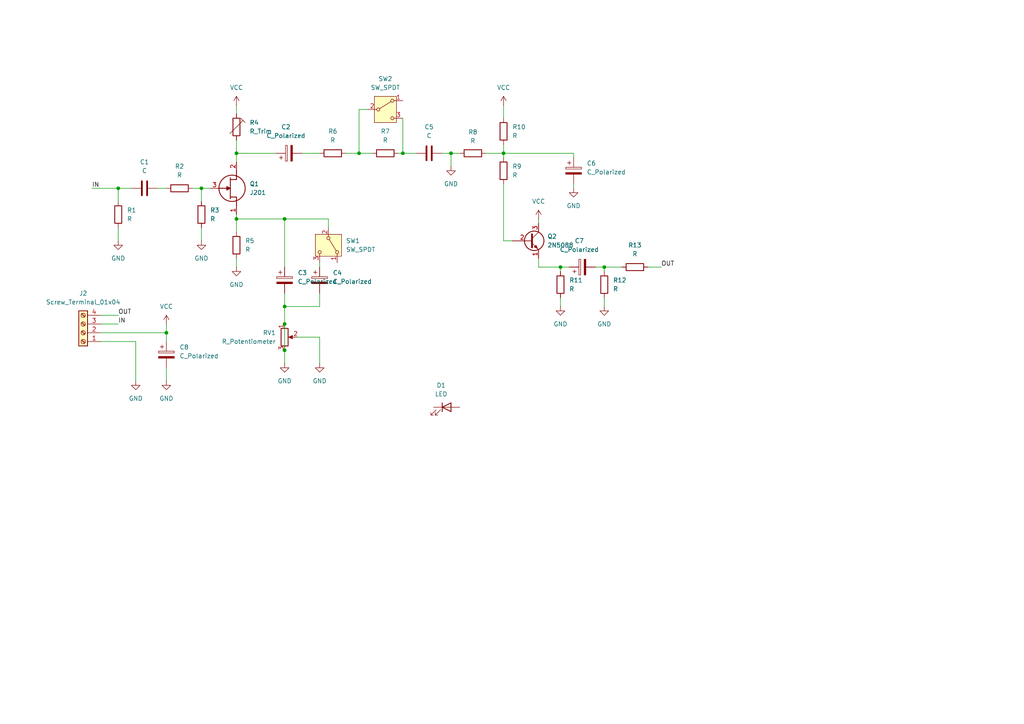
<source format=kicad_sch>
(kicad_sch (version 20231120) (generator "eeschema") (generator_version "8.0")
  (paper "A4")
  (lib_symbols
    (symbol "Connector:Screw_Terminal_01x04" (pin_names (offset 1.016) hide)
      (property "Reference" "J" (at 0 5.08 0))
      (property "Value" "Screw_Terminal_01x04" (at 0 -7.62 0))
      (symbol "Screw_Terminal_01x04_1_1"
        (rectangle (start -1.27 3.81) (end 1.27 -6.35) (stroke (width 0.254)) (fill (type background)))
        (circle (center 0 -5.08) (radius 0.635) (stroke (width 0.1524)))
        (circle (center 0 -2.54) (radius 0.635) (stroke (width 0.1524)))
        (polyline (pts (xy -0.5334 -4.7498) (xy 0.3302 -5.588)) (stroke (width 0.1524)))
        (polyline (pts (xy -0.5334 -2.2098) (xy 0.3302 -3.048)) (stroke (width 0.1524)))
        (polyline (pts (xy -0.5334 0.3302) (xy 0.3302 -0.508)) (stroke (width 0.1524)))
        (polyline (pts (xy -0.5334 2.8702) (xy 0.3302 2.032)) (stroke (width 0.1524)))
        (polyline (pts (xy -0.3556 -4.572) (xy 0.508 -5.4102)) (stroke (width 0.1524)))
        (polyline (pts (xy -0.3556 -2.032) (xy 0.508 -2.8702)) (stroke (width 0.1524)))
        (polyline (pts (xy -0.3556 0.508) (xy 0.508 -0.3302)) (stroke (width 0.1524)))
        (polyline (pts (xy -0.3556 3.048) (xy 0.508 2.2098)) (stroke (width 0.1524)))
        (circle (center 0 0) (radius 0.635) (stroke (width 0.1524)))
        (circle (center 0 2.54) (radius 0.635) (stroke (width 0.1524)))
        (pin passive line (at -5.08 2.54 0) (length 3.81) (name "Pin_1") (number "1"))
        (pin passive line (at -5.08 0 0) (length 3.81) (name "Pin_2") (number "2"))
        (pin passive line (at -5.08 -2.54 0) (length 3.81) (name "Pin_3") (number "3"))
        (pin passive line (at -5.08 -5.08 0) (length 3.81) (name "Pin_4") (number "4"))
      )
    )
    (symbol "Device:C" (pin_numbers hide) (pin_names (offset 0.254))
      (property "Reference" "C" (at 0.635 2.54 0))
      (property "Value" "C" (at 0.635 -2.54 0))
      (symbol "C_0_1"
        (polyline (pts (xy -2.032 -0.762) (xy 2.032 -0.762)) (stroke (width 0.508)))
        (polyline (pts (xy -2.032 0.762) (xy 2.032 0.762)) (stroke (width 0.508)))
      )
      (symbol "C_1_1"
        (pin passive line (at 0 3.81 270) (length 2.794) (name "~") (number "1"))
        (pin passive line (at 0 -3.81 90) (length 2.794) (name "~") (number "2"))
      )
    )
    (symbol "Device:C_Polarized" (pin_numbers hide) (pin_names (offset 0.254))
      (property "Reference" "C" (at 0.635 2.54 0))
      (property "Value" "C_Polarized" (at 0.635 -2.54 0))
      (symbol "C_Polarized_0_1"
        (rectangle (start -2.286 0.508) (end 2.286 1.016))
        (polyline (pts (xy -1.778 2.286) (xy -0.762 2.286)))
        (polyline (pts (xy -1.27 2.794) (xy -1.27 1.778)))
        (rectangle (start 2.286 -0.508) (end -2.286 -1.016) (fill (type outline)))
      )
      (symbol "C_Polarized_1_1"
        (pin passive line (at 0 3.81 270) (length 2.794) (name "~") (number "1"))
        (pin passive line (at 0 -3.81 90) (length 2.794) (name "~") (number "2"))
      )
    )
    (symbol "Device:LED" (pin_numbers hide) (pin_names (offset 1.016) hide)
      (property "Reference" "D" (at 0 2.54 0))
      (property "Value" "LED" (at 0 -2.54 0))
      (symbol "LED_0_1"
        (polyline (pts (xy -1.27 -1.27) (xy -1.27 1.27)) (stroke (width 0.254)))
        (polyline (pts (xy -1.27 0) (xy 1.27 0)))
        (polyline (pts (xy 1.27 -1.27) (xy 1.27 1.27) (xy -1.27 0) (xy 1.27 -1.27)) (stroke (width 0.254)))
        (polyline (pts (xy -3.048 -0.762) (xy -4.572 -2.286) (xy -3.81 -2.286) (xy -4.572 -2.286) (xy -4.572 -1.524)))
        (polyline (pts (xy -1.778 -0.762) (xy -3.302 -2.286) (xy -2.54 -2.286) (xy -3.302 -2.286) (xy -3.302 -1.524)))
      )
      (symbol "LED_1_1"
        (pin passive line (at -3.81 0 0) (length 2.54) (name "K") (number "1"))
        (pin passive line (at 3.81 0 180) (length 2.54) (name "A") (number "2"))
      )
    )
    (symbol "Device:R" (pin_numbers hide) (pin_names (offset 0))
      (property "Reference" "R" (at 2.032 0 90))
      (property "Value" "R" (at 0 0 90))
      (symbol "R_0_1"
        (rectangle (start -1.016 -2.54) (end 1.016 2.54) (stroke (width 0.254)))
      )
      (symbol "R_1_1"
        (pin passive line (at 0 3.81 270) (length 1.27) (name "~") (number "1"))
        (pin passive line (at 0 -3.81 90) (length 1.27) (name "~") (number "2"))
      )
    )
    (symbol "Device:R_Potentiometer" (pin_names (offset 1.016) hide)
      (property "Reference" "RV" (at -4.445 0 90))
      (property "Value" "R_Potentiometer" (at -2.54 0 90))
      (symbol "R_Potentiometer_0_1"
        (polyline (pts (xy 2.54 0) (xy 1.524 0)))
        (polyline (pts (xy 1.143 0) (xy 2.286 0.508) (xy 2.286 -0.508) (xy 1.143 0)) (fill (type outline)))
        (rectangle (start 1.016 2.54) (end -1.016 -2.54) (stroke (width 0.254)))
      )
      (symbol "R_Potentiometer_1_1"
        (pin passive line (at 0 3.81 270) (length 1.27) (name "1") (number "1"))
        (pin passive line (at 3.81 0 180) (length 1.27) (name "2") (number "2"))
        (pin passive line (at 0 -3.81 90) (length 1.27) (name "3") (number "3"))
      )
    )
    (symbol "Device:R_Trim" (pin_numbers hide) (pin_names (offset 0))
      (property "Reference" "R" (at 2.54 -2.54 90))
      (property "Value" "R_Trim" (at -2.54 -0.635 90))
      (symbol "R_Trim_0_1"
        (rectangle (start -1.016 -2.54) (end 1.016 2.54) (stroke (width 0.254)))
        (polyline (pts (xy -1.905 -1.905) (xy 1.905 1.905) (xy 2.54 1.27) (xy 1.27 2.54)))
      )
      (symbol "R_Trim_1_1"
        (pin passive line (at 0 3.81 270) (length 1.27) (name "~") (number "1"))
        (pin passive line (at 0 -3.81 90) (length 1.27) (name "~") (number "2"))
      )
    )
    (symbol "J201:J201" (pin_names hide)
      (property "Reference" "Q" (at 11.43 1.27 0))
      (property "Value" "J201" (at 11.43 -1.27 0))
      (symbol "J201_1_1"
        (polyline (pts (xy 2.54 0) (xy 5.842 0)) (stroke (width 0.254)))
        (polyline (pts (xy 5.842 -2.54) (xy 7.62 -2.54)) (stroke (width 0.254)))
        (polyline (pts (xy 5.842 3.048) (xy 5.842 -3.048)) (stroke (width 0.254)))
        (polyline (pts (xy 7.62 -5.08) (xy 7.62 -2.54)) (stroke (width 0.254)))
        (polyline (pts (xy 7.62 2.54) (xy 5.842 2.54)) (stroke (width 0.254)))
        (polyline (pts (xy 7.62 2.54) (xy 7.62 5.08)) (stroke (width 0.254)))
        (polyline (pts (xy 5.842 0) (xy 4.826 -0.508) (xy 4.826 0.508) (xy 5.842 0)) (stroke (width 0.254)) (fill (type outline)))
        (circle (center 6.35 0) (radius 3.81) (stroke (width 0.254)))
        (pin passive line (at 7.62 -7.62 90) (length 2.54) (name "S") (number "1"))
        (pin passive line (at 7.62 7.62 270) (length 2.54) (name "D") (number "2"))
        (pin passive line (at 0 0 0) (length 2.54) (name "G") (number "3"))
      )
    )
    (symbol "Switch:SW_SPDT" (pin_names (offset 0) hide)
      (property "Reference" "SW" (at 0 5.08 0))
      (property "Value" "SW_SPDT" (at 0 -5.08 0))
      (symbol "SW_SPDT_0_1"
        (circle (center -2.032 0) (radius 0.4572))
        (polyline (pts (xy -1.651 0.254) (xy 1.651 2.286)))
        (circle (center 2.032 -2.54) (radius 0.4572))
        (circle (center 2.032 2.54) (radius 0.4572))
      )
      (symbol "SW_SPDT_1_1"
        (rectangle (start -3.175 3.81) (end 3.175 -3.81) (fill (type background)))
        (pin passive line (at 5.08 2.54 180) (length 2.54) (name "A") (number "1"))
        (pin passive line (at -5.08 0 0) (length 2.54) (name "B") (number "2"))
        (pin passive line (at 5.08 -2.54 180) (length 2.54) (name "C") (number "3"))
      )
    )
    (symbol "Transistor_BJT:BC107" (pin_names (offset 0) hide)
      (property "Reference" "Q" (at 5.08 1.905 0))
      (property "Value" "BC107" (at 5.08 0 0))
      (symbol "BC107_0_1"
        (polyline (pts (xy 0.635 0.635) (xy 2.54 2.54)))
        (polyline (pts (xy 0.635 -0.635) (xy 2.54 -2.54) (xy 2.54 -2.54)))
        (polyline (pts (xy 0.635 1.905) (xy 0.635 -1.905) (xy 0.635 -1.905)) (stroke (width 0.508)))
        (polyline (pts (xy 1.27 -1.778) (xy 1.778 -1.27) (xy 2.286 -2.286) (xy 1.27 -1.778) (xy 1.27 -1.778)) (fill (type outline)))
        (circle (center 1.27 0) (radius 2.8194) (stroke (width 0.254)))
      )
      (symbol "BC107_1_1"
        (pin passive line (at 2.54 -5.08 90) (length 2.54) (name "E") (number "1"))
        (pin input line (at -5.08 0 0) (length 5.715) (name "B") (number "2"))
        (pin passive line (at 2.54 5.08 270) (length 2.54) (name "C") (number "3"))
      )
    )
    (symbol "power:GND" (power) (pin_numbers hide) (pin_names (offset 0) hide)
      (property "Value" "GND" (at 0 -3.81 0))
      (symbol "GND_0_1"
        (polyline (pts (xy 0 0) (xy 0 -1.27) (xy 1.27 -1.27) (xy 0 -2.54) (xy -1.27 -1.27) (xy 0 -1.27)))
      )
      (symbol "GND_1_1"
        (pin power_in line (at 0 0 270) (length 0) (name "~") (number "1"))
      )
    )
    (symbol "power:VCC" (power) (pin_numbers hide) (pin_names (offset 0) hide)
      (property "Value" "VCC" (at 0 3.556 0))
      (symbol "VCC_0_1"
        (polyline (pts (xy -0.762 1.27) (xy 0 2.54)))
        (polyline (pts (xy 0 0) (xy 0 2.54)))
        (polyline (pts (xy 0 2.54) (xy 0.762 1.27)))
      )
      (symbol "VCC_1_1"
        (pin power_in line (at 0 0 90) (length 0) (name "~") (number "1"))
      )
    )
  )
  (junction (at 68.58 63.5))
  (junction (at 82.55 63.5))
  (junction (at 82.55 88.9))
  (junction (at 58.42 54.61))
  (junction (at 68.58 44.45))
  (junction (at 34.29 54.61))
  (junction (at 175.26 77.47))
  (junction (at 82.55 101.6))
  (junction (at 162.56 77.47))
  (junction (at 130.81 44.45))
  (junction (at 116.84 44.45))
  (junction (at 104.14 44.45))
  (junction (at 82.55 93.98))
  (junction (at 146.05 44.45))
  (junction (at 48.26 96.52))
  (wire (pts (xy 58.42 54.61) (xy 58.42 58.42)))
  (wire (pts (xy 92.71 76.2) (xy 92.71 77.47)))
  (wire (pts (xy 34.29 93.98) (xy 29.21 93.98)))
  (wire (pts (xy 162.56 77.47) (xy 162.56 78.74)))
  (wire (pts (xy 29.21 96.52) (xy 48.26 96.52)))
  (wire (pts (xy 162.56 77.47) (xy 165.1 77.47)))
  (wire (pts (xy 146.05 44.45) (xy 146.05 45.72)))
  (wire (pts (xy 175.26 77.47) (xy 175.26 78.74)))
  (wire (pts (xy 95.25 63.5) (xy 95.25 66.04)))
  (wire (pts (xy 86.36 97.79) (xy 92.71 97.79)))
  (wire (pts (xy 100.33 44.45) (xy 104.14 44.45)))
  (wire (pts (xy 146.05 53.34) (xy 146.05 69.85)))
  (wire (pts (xy 48.26 106.68) (xy 48.26 110.49)))
  (wire (pts (xy 115.57 44.45) (xy 116.84 44.45)))
  (wire (pts (xy 58.42 54.61) (xy 60.96 54.61)))
  (wire (pts (xy 34.29 91.44) (xy 29.21 91.44)))
  (wire (pts (xy 82.55 101.6) (xy 82.55 105.41)))
  (wire (pts (xy 82.55 63.5) (xy 95.25 63.5)))
  (wire (pts (xy 146.05 41.91) (xy 146.05 44.45)))
  (wire (pts (xy 175.26 86.36) (xy 175.26 88.9)))
  (wire (pts (xy 166.37 45.72) (xy 166.37 44.45)))
  (wire (pts (xy 87.63 44.45) (xy 92.71 44.45)))
  (wire (pts (xy 104.14 44.45) (xy 104.14 31.75)))
  (wire (pts (xy 68.58 30.48) (xy 68.58 33.02)))
  (wire (pts (xy 92.71 85.09) (xy 92.71 88.9)))
  (wire (pts (xy 34.29 54.61) (xy 38.1 54.61)))
  (wire (pts (xy 146.05 69.85) (xy 148.59 69.85)))
  (wire (pts (xy 29.21 99.06) (xy 39.37 99.06)))
  (wire (pts (xy 162.56 86.36) (xy 162.56 88.9)))
  (wire (pts (xy 82.55 93.98) (xy 82.55 101.6)))
  (wire (pts (xy 39.37 99.06) (xy 39.37 110.49)))
  (wire (pts (xy 48.26 96.52) (xy 48.26 99.06)))
  (wire (pts (xy 92.71 97.79) (xy 92.71 105.41)))
  (wire (pts (xy 68.58 74.93) (xy 68.58 77.47)))
  (wire (pts (xy 104.14 44.45) (xy 107.95 44.45)))
  (wire (pts (xy 58.42 66.04) (xy 58.42 69.85)))
  (wire (pts (xy 26.67 54.61) (xy 34.29 54.61)))
  (wire (pts (xy 55.88 54.61) (xy 58.42 54.61)))
  (wire (pts (xy 68.58 63.5) (xy 68.58 67.31)))
  (wire (pts (xy 156.21 74.93) (xy 156.21 77.47)))
  (wire (pts (xy 45.72 54.61) (xy 48.26 54.61)))
  (wire (pts (xy 175.26 77.47) (xy 180.34 77.47)))
  (wire (pts (xy 156.21 63.5) (xy 156.21 64.77)))
  (wire (pts (xy 130.81 44.45) (xy 130.81 48.26)))
  (wire (pts (xy 172.72 77.47) (xy 175.26 77.47)))
  (wire (pts (xy 68.58 62.23) (xy 68.58 63.5)))
  (wire (pts (xy 166.37 54.61) (xy 166.37 53.34)))
  (wire (pts (xy 34.29 54.61) (xy 34.29 58.42)))
  (wire (pts (xy 140.97 44.45) (xy 146.05 44.45)))
  (wire (pts (xy 130.81 44.45) (xy 133.35 44.45)))
  (wire (pts (xy 34.29 66.04) (xy 34.29 69.85)))
  (wire (pts (xy 116.84 34.29) (xy 116.84 44.45)))
  (wire (pts (xy 104.14 31.75) (xy 106.68 31.75)))
  (wire (pts (xy 128.27 44.45) (xy 130.81 44.45)))
  (wire (pts (xy 82.55 63.5) (xy 82.55 77.47)))
  (wire (pts (xy 92.71 88.9) (xy 82.55 88.9)))
  (wire (pts (xy 48.26 93.98) (xy 48.26 96.52)))
  (wire (pts (xy 156.21 77.47) (xy 162.56 77.47)))
  (wire (pts (xy 191.77 77.47) (xy 187.96 77.47)))
  (wire (pts (xy 68.58 40.64) (xy 68.58 44.45)))
  (wire (pts (xy 146.05 44.45) (xy 166.37 44.45)))
  (wire (pts (xy 82.55 88.9) (xy 82.55 93.98)))
  (wire (pts (xy 116.84 44.45) (xy 120.65 44.45)))
  (wire (pts (xy 82.55 85.09) (xy 82.55 88.9)))
  (wire (pts (xy 68.58 63.5) (xy 82.55 63.5)))
  (wire (pts (xy 68.58 44.45) (xy 68.58 46.99)))
  (wire (pts (xy 68.58 44.45) (xy 80.01 44.45)))
  (wire (pts (xy 146.05 30.48) (xy 146.05 34.29)))
  (label "OUT" (at 34.29 91.44 0))
  (label "IN" (at 34.29 93.98 0))
  (label "OUT" (at 191.77 77.47 0))
  (label "IN" (at 26.67 54.61 0))
  (symbol (lib_id "Device:LED") (at 129.54 118.11 0) (unit 1)
    (property "Reference" "D1" (at 127.9525 111.76 0))
    (property "Value" "LED" (at 127.9525 114.3 0))
    (property "Description" "Light emitting diode" (effects (hide yes)))
  )
  (symbol (lib_id "power:VCC") (at 68.58 30.48 0) (unit 1)
    (property "Reference" "#PWR010" (effects (hide yes)))
    (property "Value" "VCC" (at 68.58 25.4 0))
    (property "Description" "Power symbol creates a global label with name \"VCC\"" (effects (hide yes)))
  )
  (symbol (lib_id "Device:R") (at 58.42 62.23 0) (unit 1)
    (property "Reference" "R3" (at 60.96 60.9599 0) (effects (justify left)))
    (property "Value" "R" (at 60.96 63.4999 0) (effects (justify left)))
    (property "Description" "Resistor" (effects (hide yes)))
  )
  (symbol (lib_id "Device:R") (at 146.05 38.1 0) (unit 1)
    (property "Reference" "R10" (at 148.59 36.8299 0) (effects (justify left)))
    (property "Value" "R" (at 148.59 39.3699 0) (effects (justify left)))
    (property "Description" "Resistor" (effects (hide yes)))
  )
  (symbol (lib_id "Switch:SW_SPDT") (at 95.25 71.12 270) (unit 1)
    (property "Reference" "SW1" (at 100.33 69.8499 90) (effects (justify left)))
    (property "Value" "SW_SPDT" (at 100.33 72.3899 90) (effects (justify left)))
    (property "Description" "Switch, single pole double throw" (effects (hide yes)))
  )
  (symbol (lib_id "Device:C_Polarized") (at 168.91 77.47 90) (unit 1)
    (property "Reference" "C7" (at 168.021 69.85 90))
    (property "Value" "C_Polarized" (at 168.021 72.39 90))
    (property "Description" "Polarized capacitor" (effects (hide yes)))
  )
  (symbol (lib_id "Device:C_Polarized") (at 92.71 81.28 0) (unit 1)
    (property "Reference" "C4" (at 96.52 79.1209 0) (effects (justify left)))
    (property "Value" "C_Polarized" (at 96.52 81.6609 0) (effects (justify left)))
    (property "Description" "Polarized capacitor" (effects (hide yes)))
  )
  (symbol (lib_id "Device:C") (at 41.91 54.61 90) (unit 1)
    (property "Reference" "C1" (at 41.91 46.99 90))
    (property "Value" "C" (at 41.91 49.53 90))
    (property "Description" "Unpolarized capacitor" (effects (hide yes)))
  )
  (symbol (lib_id "power:GND") (at 166.37 54.61 0) (unit 1)
    (property "Reference" "#PWR07" (effects (hide yes)))
    (property "Value" "GND" (at 166.37 59.69 0))
    (property "Description" "Power symbol creates a global label with name \"GND\" , ground" (effects (hide yes)))
  )
  (symbol (lib_id "Device:R") (at 137.16 44.45 90) (unit 1)
    (property "Reference" "R8" (at 137.16 38.3148 90))
    (property "Value" "R" (at 137.16 40.8548 90))
    (property "Description" "Resistor" (effects (hide yes)))
  )
  (symbol (lib_id "J201:J201") (at 60.96 54.61 0) (unit 1)
    (property "Reference" "Q1" (at 72.39 53.3399 0) (effects (justify left)))
    (property "Value" "J201" (at 72.39 55.8799 0) (effects (justify left)))
    (property "Footprint" "PN4117" (effects (hide yes)))
    (property "Datasheet" "https://www.interfet.com/jfet-datasheets/jfet-j201-j202-interfet.pdf" (effects (hide yes)))
    (property "Description" "JFET JFET N-Channel -40V 50mA 360mW 3.27mW" (effects (hide yes)))
    (property "Height" "4.83" (effects (hide yes)))
    (property "Mouser Part Number" "106-J201" (effects (hide yes)))
    (property "Mouser Price/Stock" "https://www.mouser.co.uk/ProductDetail/InterFET/J201?qs=OxRSArmBDfyvD8SbvWteMw%3D%3D" (effects (hide yes)))
    (property "Manufacturer_Name" "Qorvo" (effects (hide yes)))
    (property "Manufacturer_Part_Number" "J201" (effects (hide yes)))
  )
  (symbol (lib_id "power:GND") (at 175.26 88.9 0) (unit 1)
    (property "Reference" "#PWR09" (effects (hide yes)))
    (property "Value" "GND" (at 175.26 93.98 0))
    (property "Description" "Power symbol creates a global label with name \"GND\" , ground" (effects (hide yes)))
  )
  (symbol (lib_id "Device:R") (at 146.05 49.53 0) (unit 1)
    (property "Reference" "R9" (at 148.59 48.2599 0) (effects (justify left)))
    (property "Value" "R" (at 148.59 50.7999 0) (effects (justify left)))
    (property "Description" "Resistor" (effects (hide yes)))
  )
  (symbol (lib_id "Switch:SW_SPDT") (at 111.76 31.75 0) (unit 1)
    (property "Reference" "SW2" (at 111.76 22.86 0))
    (property "Value" "SW_SPDT" (at 111.76 25.4 0))
    (property "Description" "Switch, single pole double throw" (effects (hide yes)))
  )
  (symbol (lib_id "Device:C_Polarized") (at 48.26 102.87 0) (unit 1)
    (property "Reference" "C8" (at 52.07 100.7109 0) (effects (justify left)))
    (property "Value" "C_Polarized" (at 52.07 103.2509 0) (effects (justify left)))
    (property "Description" "Polarized capacitor" (effects (hide yes)))
  )
  (symbol (lib_id "Device:R") (at 111.76 44.45 90) (unit 1)
    (property "Reference" "R7" (at 111.76 38.1 90))
    (property "Value" "R" (at 111.76 40.64 90))
    (property "Description" "Resistor" (effects (hide yes)))
  )
  (symbol (lib_id "Device:R") (at 34.29 62.23 0) (unit 1)
    (property "Reference" "R1" (at 36.83 60.9599 0) (effects (justify left)))
    (property "Value" "R" (at 36.83 63.4999 0) (effects (justify left)))
    (property "Description" "Resistor" (effects (hide yes)))
  )
  (symbol (lib_id "power:GND") (at 48.26 110.49 0) (unit 1)
    (property "Reference" "#PWR013" (effects (hide yes)))
    (property "Value" "GND" (at 48.26 115.57 0))
    (property "Description" "Power symbol creates a global label with name \"GND\" , ground" (effects (hide yes)))
  )
  (symbol (lib_id "Device:R") (at 162.56 82.55 0) (unit 1)
    (property "Reference" "R11" (at 165.1 81.2799 0) (effects (justify left)))
    (property "Value" "R" (at 165.1 83.8199 0) (effects (justify left)))
    (property "Description" "Resistor" (effects (hide yes)))
  )
  (symbol (lib_id "power:GND") (at 162.56 88.9 0) (unit 1)
    (property "Reference" "#PWR08" (effects (hide yes)))
    (property "Value" "GND" (at 162.56 93.98 0))
    (property "Description" "Power symbol creates a global label with name \"GND\" , ground" (effects (hide yes)))
  )
  (symbol (lib_id "Device:C") (at 124.46 44.45 90) (unit 1)
    (property "Reference" "C5" (at 124.46 36.83 90))
    (property "Value" "C" (at 124.46 39.37 90))
    (property "Description" "Unpolarized capacitor" (effects (hide yes)))
  )
  (symbol (lib_id "Device:R_Trim") (at 68.58 36.83 0) (unit 1)
    (property "Reference" "R4" (at 72.39 35.5599 0) (effects (justify left)))
    (property "Value" "R_Trim" (at 72.39 38.0999 0) (effects (justify left)))
    (property "Description" "Trimmable resistor (preset resistor)" (effects (hide yes)))
  )
  (symbol (lib_id "power:VCC") (at 146.05 30.48 0) (unit 1)
    (property "Reference" "#PWR011" (effects (hide yes)))
    (property "Value" "VCC" (at 146.05 25.4 0))
    (property "Description" "Power symbol creates a global label with name \"VCC\"" (effects (hide yes)))
  )
  (symbol (lib_id "power:GND") (at 82.55 105.41 0) (unit 1)
    (property "Reference" "#PWR04" (effects (hide yes)))
    (property "Value" "GND" (at 82.55 110.49 0))
    (property "Description" "Power symbol creates a global label with name \"GND\" , ground" (effects (hide yes)))
  )
  (symbol (lib_id "Device:C_Polarized") (at 166.37 49.53 0) (unit 1)
    (property "Reference" "C6" (at 170.18 47.3709 0) (effects (justify left)))
    (property "Value" "C_Polarized" (at 170.18 49.9109 0) (effects (justify left)))
    (property "Description" "Polarized capacitor" (effects (hide yes)))
  )
  (symbol (lib_id "Device:R_Potentiometer") (at 82.55 97.79 0) (unit 1)
    (property "Reference" "RV1" (at 80.01 96.5199 0) (effects (justify right)))
    (property "Value" "R_Potentiometer" (at 80.01 99.0599 0) (effects (justify right)))
    (property "Description" "Potentiometer" (effects (hide yes)))
  )
  (symbol (lib_id "power:GND") (at 34.29 69.85 0) (unit 1)
    (property "Reference" "#PWR01" (effects (hide yes)))
    (property "Value" "GND" (at 34.29 74.93 0))
    (property "Description" "Power symbol creates a global label with name \"GND\" , ground" (effects (hide yes)))
  )
  (symbol (lib_id "Device:C_Polarized") (at 82.55 81.28 0) (unit 1)
    (property "Reference" "C3" (at 86.36 79.1209 0) (effects (justify left)))
    (property "Value" "C_Polarized" (at 86.36 81.6609 0) (effects (justify left)))
    (property "Description" "Polarized capacitor" (effects (hide yes)))
  )
  (symbol (lib_id "power:GND") (at 39.37 110.49 0) (unit 1)
    (property "Reference" "#PWR014" (effects (hide yes)))
    (property "Value" "GND" (at 39.37 115.57 0))
    (property "Description" "Power symbol creates a global label with name \"GND\" , ground" (effects (hide yes)))
  )
  (symbol (lib_id "power:GND") (at 58.42 69.85 0) (unit 1)
    (property "Reference" "#PWR02" (effects (hide yes)))
    (property "Value" "GND" (at 58.42 74.93 0))
    (property "Description" "Power symbol creates a global label with name \"GND\" , ground" (effects (hide yes)))
  )
  (symbol (lib_id "power:GND") (at 130.81 48.26 0) (unit 1)
    (property "Reference" "#PWR06" (effects (hide yes)))
    (property "Value" "GND" (at 130.81 53.34 0))
    (property "Description" "Power symbol creates a global label with name \"GND\" , ground" (effects (hide yes)))
  )
  (symbol (lib_id "Connector:Screw_Terminal_01x04") (at 24.13 96.52 180) (unit 1)
    (property "Reference" "J2" (at 24.13 85.09 0))
    (property "Value" "Screw_Terminal_01x04" (at 24.13 87.63 0))
    (property "Footprint" "TerminalBlock:TerminalBlock_Xinya_XY308-2.54-4P_1x04_P2.54mm_Horizontal" (effects (hide yes)))
    (property "Description" "Generic screw terminal, single row, 01x04, script generated (kicad-library-utils/schlib/autogen/connector/)" (effects (hide yes)))
  )
  (symbol (lib_id "power:GND") (at 68.58 77.47 0) (unit 1)
    (property "Reference" "#PWR03" (effects (hide yes)))
    (property "Value" "GND" (at 68.58 82.55 0))
    (property "Description" "Power symbol creates a global label with name \"GND\" , ground" (effects (hide yes)))
  )
  (symbol (lib_id "Device:R") (at 96.52 44.45 90) (unit 1)
    (property "Reference" "R6" (at 96.52 38.1 90))
    (property "Value" "R" (at 96.52 40.64 90))
    (property "Description" "Resistor" (effects (hide yes)))
  )
  (symbol (lib_id "Device:R") (at 175.26 82.55 0) (unit 1)
    (property "Reference" "R12" (at 177.8 81.2799 0) (effects (justify left)))
    (property "Value" "R" (at 177.8 83.8199 0) (effects (justify left)))
    (property "Description" "Resistor" (effects (hide yes)))
  )
  (symbol (lib_id "power:VCC") (at 48.26 93.98 0) (unit 1)
    (property "Reference" "#PWR012" (effects (hide yes)))
    (property "Value" "VCC" (at 48.26 88.9 0))
    (property "Description" "Power symbol creates a global label with name \"VCC\"" (effects (hide yes)))
  )
  (symbol (lib_id "Device:R") (at 184.15 77.47 90) (unit 1)
    (property "Reference" "R13" (at 184.15 71.12 90))
    (property "Value" "R" (at 184.15 73.66 90))
    (property "Description" "Resistor" (effects (hide yes)))
  )
  (symbol (lib_id "Device:R") (at 68.58 71.12 0) (unit 1)
    (property "Reference" "R5" (at 71.12 69.8499 0) (effects (justify left)))
    (property "Value" "R" (at 71.12 72.3899 0) (effects (justify left)))
    (property "Description" "Resistor" (effects (hide yes)))
  )
  (symbol (lib_id "Device:C_Polarized") (at 83.82 44.45 90) (unit 1)
    (property "Reference" "C2" (at 82.931 36.83 90))
    (property "Value" "C_Polarized" (at 82.931 39.37 90))
    (property "Description" "Polarized capacitor" (effects (hide yes)))
  )
  (symbol (lib_id "power:VCC") (at 156.21 63.5 0) (unit 1)
    (property "Reference" "#PWR015" (effects (hide yes)))
    (property "Value" "VCC" (at 156.21 58.42 0))
    (property "Description" "Power symbol creates a global label with name \"VCC\"" (effects (hide yes)))
  )
  (symbol (lib_id "power:GND") (at 92.71 105.41 0) (unit 1)
    (property "Reference" "#PWR05" (effects (hide yes)))
    (property "Value" "GND" (at 92.71 110.49 0))
    (property "Description" "Power symbol creates a global label with name \"GND\" , ground" (effects (hide yes)))
  )
  (symbol (lib_id "Device:R") (at 52.07 54.61 90) (unit 1)
    (property "Reference" "R2" (at 52.07 48.26 90))
    (property "Value" "R" (at 52.07 50.8 90))
    (property "Description" "Resistor" (effects (hide yes)))
  )
  (symbol (lib_id "Transistor_BJT:BC107") (at 153.67 69.85 0) (unit 1)
    (property "Reference" "Q2" (at 158.75 68.5799 0) (effects (justify left)))
    (property "Value" "2N5088" (at 158.75 71.1199 0) (effects (justify left)))
    (property "Footprint" "Package_TO_SOT_THT:TO-18-3" (effects (hide yes)))
    (property "Datasheet" "http://www.b-kainka.de/Daten/Transistor/BC108.pdf" (effects (hide yes)))
    (property "Description" "0.1A Ic, 50V Vce, Low Noise General Purpose NPN Transistor, TO-18" (effects (hide yes)))
  )
)
</source>
